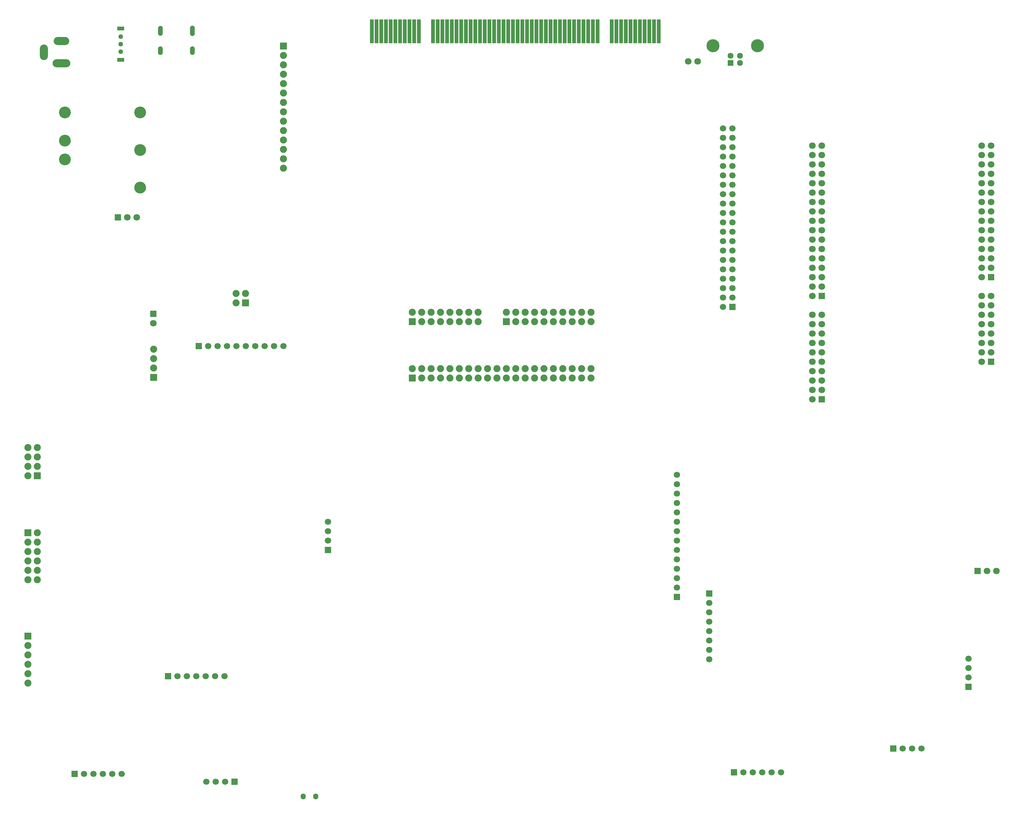
<source format=gbs>
G04*
G04 #@! TF.GenerationSoftware,Altium Limited,Altium Designer,22.6.1 (34)*
G04*
G04 Layer_Color=16711935*
%FSLAX24Y24*%
%MOIN*%
G70*
G04*
G04 #@! TF.SameCoordinates,026FD9CC-2170-45AD-8209-7B5F711C12D8*
G04*
G04*
G04 #@! TF.FilePolarity,Negative*
G04*
G01*
G75*
%ADD36R,0.0438X0.2529*%
%ADD37C,0.0749*%
%ADD38R,0.0749X0.0749*%
%ADD39C,0.0710*%
%ADD40R,0.0710X0.0710*%
%ADD41C,0.0669*%
%ADD42R,0.0669X0.0669*%
%ADD43R,0.0710X0.0710*%
%ADD44R,0.0669X0.0669*%
%ADD45O,0.1655X0.0867*%
%ADD46O,0.0867X0.1655*%
%ADD47O,0.1891X0.0867*%
%ADD48C,0.1386*%
%ADD49C,0.0634*%
%ADD50R,0.0634X0.0634*%
%ADD51R,0.0748X0.0433*%
%ADD52C,0.0512*%
%ADD53C,0.1261*%
%ADD54R,0.0749X0.0749*%
%ADD55O,0.0551X0.0630*%
G36*
X17223Y80902D02*
X17209Y80903D01*
X17196Y80905D01*
X17183Y80907D01*
X17170Y80910D01*
X17157Y80914D01*
X17144Y80919D01*
X17132Y80924D01*
X17120Y80930D01*
X17108Y80936D01*
X17097Y80943D01*
X17086Y80950D01*
X17075Y80959D01*
X17065Y80967D01*
X17055Y80976D01*
X17046Y80986D01*
X17037Y80996D01*
X17029Y81007D01*
X17022Y81018D01*
X17015Y81030D01*
X17008Y81041D01*
X17002Y81054D01*
X16997Y81066D01*
X16993Y81078D01*
X16989Y81091D01*
X16986Y81104D01*
X16983Y81117D01*
X16982Y81131D01*
X16981Y81144D01*
X16980Y81157D01*
Y81551D01*
X16981Y81565D01*
X16982Y81578D01*
X16983Y81591D01*
X16986Y81604D01*
X16989Y81617D01*
X16993Y81630D01*
X16997Y81643D01*
X17002Y81655D01*
X17008Y81667D01*
X17015Y81679D01*
X17022Y81691D01*
X17029Y81702D01*
X17037Y81712D01*
X17046Y81722D01*
X17055Y81732D01*
X17065Y81741D01*
X17075Y81750D01*
X17086Y81758D01*
X17097Y81766D01*
X17108Y81773D01*
X17120Y81779D01*
X17132Y81785D01*
X17144Y81790D01*
X17157Y81794D01*
X17170Y81798D01*
X17183Y81802D01*
X17196Y81804D01*
X17209Y81806D01*
X17223Y81807D01*
X17236Y81807D01*
X17250Y81807D01*
X17263Y81806D01*
X17276Y81804D01*
X17289Y81802D01*
X17302Y81798D01*
X17315Y81794D01*
X17328Y81790D01*
X17340Y81785D01*
X17352Y81779D01*
X17364Y81773D01*
X17376Y81766D01*
X17387Y81758D01*
X17397Y81750D01*
X17407Y81741D01*
X17417Y81732D01*
X17426Y81722D01*
X17435Y81712D01*
X17443Y81702D01*
X17451Y81691D01*
X17458Y81679D01*
X17464Y81667D01*
X17470Y81655D01*
X17475Y81643D01*
X17480Y81630D01*
X17483Y81617D01*
X17487Y81604D01*
X17489Y81591D01*
X17491Y81578D01*
X17492Y81565D01*
X17492Y81551D01*
Y81157D01*
X17492Y81144D01*
X17491Y81131D01*
X17489Y81117D01*
X17487Y81104D01*
X17483Y81091D01*
X17480Y81078D01*
X17475Y81066D01*
X17470Y81054D01*
X17464Y81041D01*
X17458Y81030D01*
X17451Y81018D01*
X17443Y81007D01*
X17435Y80996D01*
X17426Y80986D01*
X17417Y80976D01*
X17407Y80967D01*
X17397Y80959D01*
X17387Y80950D01*
X17376Y80943D01*
X17364Y80936D01*
X17352Y80930D01*
X17340Y80924D01*
X17328Y80919D01*
X17315Y80914D01*
X17302Y80910D01*
X17289Y80907D01*
X17276Y80905D01*
X17263Y80903D01*
X17250Y80902D01*
X17236Y80902D01*
X17223Y80902D01*
D02*
G37*
G36*
Y82934D02*
X17209Y82935D01*
X17195Y82938D01*
X17182Y82941D01*
X17169Y82944D01*
X17155Y82949D01*
X17142Y82954D01*
X17130Y82960D01*
X17117Y82966D01*
X17105Y82973D01*
X17094Y82981D01*
X17082Y82989D01*
X17072Y82998D01*
X17061Y83007D01*
X17052Y83017D01*
X17043Y83028D01*
X17034Y83039D01*
X17026Y83050D01*
X17018Y83062D01*
X17011Y83074D01*
X17005Y83087D01*
X17000Y83099D01*
X16994Y83112D01*
X16991Y83126D01*
X16987Y83139D01*
X16984Y83153D01*
X16982Y83167D01*
X16981Y83180D01*
X16980Y83194D01*
Y83209D01*
Y83720D01*
Y83735D01*
X16981Y83749D01*
X16982Y83763D01*
X16984Y83776D01*
X16987Y83790D01*
X16991Y83804D01*
X16994Y83817D01*
X17000Y83830D01*
X17005Y83843D01*
X17011Y83855D01*
X17018Y83867D01*
X17026Y83879D01*
X17034Y83891D01*
X17043Y83901D01*
X17052Y83912D01*
X17061Y83922D01*
X17072Y83931D01*
X17082Y83940D01*
X17094Y83948D01*
X17105Y83956D01*
X17117Y83963D01*
X17130Y83969D01*
X17142Y83975D01*
X17155Y83980D01*
X17169Y83985D01*
X17182Y83988D01*
X17195Y83991D01*
X17209Y83994D01*
X17223Y83995D01*
X17236Y83996D01*
X17250Y83995D01*
X17263Y83994D01*
X17277Y83991D01*
X17291Y83988D01*
X17304Y83985D01*
X17317Y83980D01*
X17330Y83975D01*
X17343Y83969D01*
X17355Y83963D01*
X17367Y83956D01*
X17379Y83948D01*
X17390Y83940D01*
X17401Y83931D01*
X17411Y83922D01*
X17421Y83912D01*
X17430Y83901D01*
X17439Y83891D01*
X17447Y83879D01*
X17454Y83867D01*
X17461Y83855D01*
X17467Y83843D01*
X17473Y83830D01*
X17478Y83817D01*
X17482Y83804D01*
X17485Y83790D01*
X17488Y83776D01*
X17490Y83763D01*
X17492Y83749D01*
X17492Y83735D01*
Y83720D01*
Y83209D01*
Y83194D01*
X17492Y83180D01*
X17490Y83167D01*
X17488Y83153D01*
X17485Y83139D01*
X17482Y83126D01*
X17478Y83112D01*
X17473Y83099D01*
X17467Y83087D01*
X17461Y83074D01*
X17454Y83062D01*
X17447Y83050D01*
X17439Y83039D01*
X17430Y83028D01*
X17421Y83017D01*
X17411Y83007D01*
X17401Y82998D01*
X17390Y82989D01*
X17379Y82981D01*
X17367Y82973D01*
X17355Y82966D01*
X17343Y82960D01*
X17330Y82954D01*
X17317Y82949D01*
X17304Y82944D01*
X17291Y82941D01*
X17277Y82938D01*
X17263Y82935D01*
X17250Y82934D01*
X17236Y82933D01*
X17223Y82934D01*
D02*
G37*
G36*
X20624Y80902D02*
X20611Y80903D01*
X20598Y80905D01*
X20585Y80907D01*
X20572Y80910D01*
X20559Y80914D01*
X20546Y80919D01*
X20534Y80924D01*
X20522Y80930D01*
X20510Y80936D01*
X20498Y80943D01*
X20487Y80950D01*
X20477Y80959D01*
X20467Y80967D01*
X20457Y80976D01*
X20448Y80986D01*
X20439Y80996D01*
X20431Y81007D01*
X20423Y81018D01*
X20416Y81030D01*
X20410Y81041D01*
X20404Y81054D01*
X20399Y81066D01*
X20394Y81078D01*
X20391Y81091D01*
X20387Y81104D01*
X20385Y81117D01*
X20383Y81131D01*
X20382Y81144D01*
X20382Y81157D01*
Y81551D01*
X20382Y81565D01*
X20383Y81578D01*
X20385Y81591D01*
X20387Y81604D01*
X20391Y81617D01*
X20394Y81630D01*
X20399Y81643D01*
X20404Y81655D01*
X20410Y81667D01*
X20416Y81679D01*
X20423Y81691D01*
X20431Y81702D01*
X20439Y81712D01*
X20448Y81722D01*
X20457Y81732D01*
X20467Y81741D01*
X20477Y81750D01*
X20487Y81758D01*
X20498Y81766D01*
X20510Y81773D01*
X20522Y81779D01*
X20534Y81785D01*
X20546Y81790D01*
X20559Y81794D01*
X20572Y81798D01*
X20585Y81802D01*
X20598Y81804D01*
X20611Y81806D01*
X20624Y81807D01*
X20638Y81807D01*
X20652D01*
X20665Y81807D01*
X20678Y81806D01*
X20691Y81804D01*
X20703Y81801D01*
X20715Y81798D01*
X20728Y81794D01*
X20740Y81789D01*
X20752Y81784D01*
X20763Y81778D01*
X20774Y81772D01*
X20785Y81765D01*
X20796Y81758D01*
X20806Y81750D01*
X20816Y81741D01*
X20825Y81732D01*
X20833Y81722D01*
X20842Y81713D01*
X20849Y81702D01*
X20856Y81691D01*
X20863Y81680D01*
X20869Y81669D01*
X20874Y81657D01*
X20879Y81645D01*
X20883Y81633D01*
X20887Y81620D01*
X20889Y81608D01*
X20891Y81595D01*
X20893Y81583D01*
X20894Y81571D01*
Y81177D01*
Y81163D01*
X20893Y81149D01*
X20892Y81135D01*
X20890Y81121D01*
X20887Y81107D01*
X20883Y81094D01*
X20880Y81081D01*
X20874Y81068D01*
X20869Y81055D01*
X20863Y81043D01*
X20856Y81030D01*
X20848Y81018D01*
X20840Y81007D01*
X20831Y80996D01*
X20822Y80986D01*
X20813Y80976D01*
X20802Y80967D01*
X20792Y80958D01*
X20780Y80950D01*
X20769Y80942D01*
X20757Y80935D01*
X20744Y80928D01*
X20732Y80922D01*
X20719Y80917D01*
X20706Y80913D01*
X20692Y80909D01*
X20679Y80906D01*
X20665Y80904D01*
X20651Y80902D01*
X20638Y80902D01*
X20624Y80902D01*
D02*
G37*
G36*
Y82914D02*
X20611Y82916D01*
X20597Y82918D01*
X20583Y82921D01*
X20570Y82925D01*
X20557Y82929D01*
X20544Y82934D01*
X20531Y82940D01*
X20519Y82946D01*
X20507Y82954D01*
X20495Y82961D01*
X20484Y82970D01*
X20473Y82978D01*
X20463Y82988D01*
X20453Y82998D01*
X20444Y83008D01*
X20435Y83019D01*
X20427Y83030D01*
X20420Y83042D01*
X20413Y83054D01*
X20407Y83067D01*
X20401Y83080D01*
X20396Y83093D01*
X20392Y83106D01*
X20389Y83119D01*
X20386Y83133D01*
X20384Y83147D01*
X20382Y83161D01*
X20382Y83174D01*
Y83189D01*
Y83740D01*
Y83755D01*
X20382Y83769D01*
X20384Y83782D01*
X20386Y83796D01*
X20389Y83810D01*
X20392Y83823D01*
X20396Y83837D01*
X20401Y83850D01*
X20407Y83862D01*
X20413Y83875D01*
X20420Y83887D01*
X20427Y83899D01*
X20435Y83910D01*
X20444Y83921D01*
X20453Y83932D01*
X20463Y83941D01*
X20473Y83951D01*
X20484Y83959D01*
X20495Y83968D01*
X20507Y83976D01*
X20519Y83983D01*
X20531Y83989D01*
X20544Y83995D01*
X20557Y84000D01*
X20570Y84004D01*
X20583Y84008D01*
X20597Y84011D01*
X20611Y84013D01*
X20624Y84015D01*
X20638Y84016D01*
X20651Y84015D01*
X20665Y84013D01*
X20679Y84011D01*
X20692Y84008D01*
X20706Y84004D01*
X20719Y84000D01*
X20732Y83995D01*
X20744Y83989D01*
X20757Y83983D01*
X20769Y83976D01*
X20780Y83968D01*
X20792Y83959D01*
X20802Y83951D01*
X20813Y83941D01*
X20822Y83932D01*
X20831Y83921D01*
X20840Y83910D01*
X20848Y83899D01*
X20856Y83887D01*
X20863Y83875D01*
X20869Y83862D01*
X20874Y83850D01*
X20880Y83837D01*
X20883Y83823D01*
X20887Y83810D01*
X20890Y83796D01*
X20892Y83782D01*
X20893Y83769D01*
X20894Y83755D01*
Y83740D01*
Y83189D01*
Y83174D01*
X20893Y83161D01*
X20892Y83147D01*
X20890Y83133D01*
X20887Y83119D01*
X20883Y83106D01*
X20880Y83093D01*
X20874Y83080D01*
X20869Y83067D01*
X20863Y83054D01*
X20856Y83042D01*
X20848Y83030D01*
X20840Y83019D01*
X20831Y83008D01*
X20822Y82998D01*
X20813Y82988D01*
X20802Y82978D01*
X20792Y82970D01*
X20780Y82961D01*
X20769Y82954D01*
X20757Y82946D01*
X20744Y82940D01*
X20732Y82934D01*
X20719Y82929D01*
X20706Y82925D01*
X20692Y82921D01*
X20679Y82918D01*
X20665Y82916D01*
X20651Y82914D01*
X20638Y82913D01*
X20624Y82914D01*
D02*
G37*
D36*
X39732Y83421D02*
D03*
X40232D02*
D03*
X40732D02*
D03*
X41232D02*
D03*
X41732D02*
D03*
X42232D02*
D03*
X42732D02*
D03*
X43232D02*
D03*
X43732D02*
D03*
X44232D02*
D03*
X44732D02*
D03*
X46232D02*
D03*
X46732D02*
D03*
X47232D02*
D03*
X47732D02*
D03*
X48232D02*
D03*
X48732D02*
D03*
X49232D02*
D03*
X49732D02*
D03*
X50232D02*
D03*
X50732D02*
D03*
X51232D02*
D03*
X51732D02*
D03*
X52232D02*
D03*
X52732D02*
D03*
X53232D02*
D03*
X53732D02*
D03*
X54232D02*
D03*
X54732D02*
D03*
X55232D02*
D03*
X55732D02*
D03*
X56232D02*
D03*
X56732D02*
D03*
X57232D02*
D03*
X57732D02*
D03*
X58232D02*
D03*
X58732D02*
D03*
X59232D02*
D03*
X59732D02*
D03*
X60232D02*
D03*
X60732D02*
D03*
X61232D02*
D03*
X61732D02*
D03*
X62232D02*
D03*
X62732D02*
D03*
X63232D02*
D03*
X63732D02*
D03*
X65232D02*
D03*
X65732D02*
D03*
X66232D02*
D03*
X66732D02*
D03*
X67232D02*
D03*
X67732D02*
D03*
X68232D02*
D03*
X68732D02*
D03*
X69232D02*
D03*
X69732D02*
D03*
X70232D02*
D03*
D37*
X47000Y46500D02*
D03*
Y47500D02*
D03*
X44000D02*
D03*
X45000D02*
D03*
Y46500D02*
D03*
X46000Y47500D02*
D03*
Y46500D02*
D03*
X48000D02*
D03*
Y47500D02*
D03*
X49000Y46500D02*
D03*
Y47500D02*
D03*
X50000Y46500D02*
D03*
Y47500D02*
D03*
X51000Y46500D02*
D03*
Y47500D02*
D03*
X52000Y46500D02*
D03*
Y47500D02*
D03*
X53000Y46500D02*
D03*
Y47500D02*
D03*
X54000Y46500D02*
D03*
Y47500D02*
D03*
X55000Y46500D02*
D03*
Y47500D02*
D03*
X56000Y46500D02*
D03*
Y47500D02*
D03*
X57000Y46500D02*
D03*
Y47500D02*
D03*
X58000Y46500D02*
D03*
Y47500D02*
D03*
X59000Y46500D02*
D03*
Y47500D02*
D03*
X60000Y46500D02*
D03*
Y47500D02*
D03*
X61000Y46500D02*
D03*
Y47500D02*
D03*
X62000Y46500D02*
D03*
Y47500D02*
D03*
X63000Y46500D02*
D03*
Y47500D02*
D03*
X47000Y52500D02*
D03*
Y53500D02*
D03*
X44000D02*
D03*
X45000D02*
D03*
Y52500D02*
D03*
X46000Y53500D02*
D03*
Y52500D02*
D03*
X48000D02*
D03*
Y53500D02*
D03*
X49000Y52500D02*
D03*
Y53500D02*
D03*
X50000Y52500D02*
D03*
Y53500D02*
D03*
X51000Y52500D02*
D03*
Y53500D02*
D03*
X57000Y52500D02*
D03*
Y53500D02*
D03*
X54000D02*
D03*
X55000D02*
D03*
Y52500D02*
D03*
X56000Y53500D02*
D03*
Y52500D02*
D03*
X58000D02*
D03*
Y53500D02*
D03*
X59000Y52500D02*
D03*
Y53500D02*
D03*
X60000Y52500D02*
D03*
Y53500D02*
D03*
X61000Y52500D02*
D03*
Y53500D02*
D03*
X62000Y52500D02*
D03*
Y53500D02*
D03*
X63000Y52500D02*
D03*
Y53500D02*
D03*
X16506Y47575D02*
D03*
Y48575D02*
D03*
Y49575D02*
D03*
X25287Y54512D02*
D03*
Y55512D02*
D03*
X26287D02*
D03*
X4150Y38098D02*
D03*
X3150D02*
D03*
X4150Y37098D02*
D03*
X3150D02*
D03*
Y36098D02*
D03*
Y39098D02*
D03*
X4150D02*
D03*
Y25059D02*
D03*
X3150D02*
D03*
X4150Y26059D02*
D03*
X3150D02*
D03*
Y28059D02*
D03*
X4150D02*
D03*
X3150Y29059D02*
D03*
X4150D02*
D03*
Y30059D02*
D03*
Y27059D02*
D03*
X3150D02*
D03*
X30315Y77835D02*
D03*
Y80835D02*
D03*
Y79835D02*
D03*
Y78835D02*
D03*
Y76835D02*
D03*
Y75835D02*
D03*
Y74835D02*
D03*
Y73835D02*
D03*
Y72835D02*
D03*
Y71835D02*
D03*
Y70835D02*
D03*
Y69835D02*
D03*
Y68835D02*
D03*
X3150Y15035D02*
D03*
Y18035D02*
D03*
Y17035D02*
D03*
Y16035D02*
D03*
Y14035D02*
D03*
D38*
X44000Y46500D02*
D03*
Y52500D02*
D03*
X54000D02*
D03*
X16506Y46575D02*
D03*
X30315Y81835D02*
D03*
X3150Y19035D02*
D03*
D39*
X16496Y52346D02*
D03*
X105118Y25984D02*
D03*
X106118D02*
D03*
X86563Y53252D02*
D03*
X87563D02*
D03*
X86563Y52252D02*
D03*
X87563D02*
D03*
X86563Y51252D02*
D03*
X87563D02*
D03*
X86563Y50252D02*
D03*
X87563D02*
D03*
X86563Y49252D02*
D03*
X87563D02*
D03*
X86563Y48252D02*
D03*
X87563D02*
D03*
X86563Y47252D02*
D03*
X87563D02*
D03*
X86563Y46252D02*
D03*
X87563D02*
D03*
X86563Y45252D02*
D03*
X87563D02*
D03*
X86563Y44252D02*
D03*
Y71252D02*
D03*
X87563D02*
D03*
X86563Y70252D02*
D03*
X87563D02*
D03*
X86563Y69252D02*
D03*
X87563D02*
D03*
X86563Y68252D02*
D03*
X87563D02*
D03*
X86563Y67252D02*
D03*
X87563D02*
D03*
X86563Y66252D02*
D03*
X87563D02*
D03*
X86563Y65252D02*
D03*
X87563D02*
D03*
X86563Y64252D02*
D03*
X87563D02*
D03*
X86563Y63252D02*
D03*
X87563D02*
D03*
X86563Y62252D02*
D03*
X87563D02*
D03*
X86563Y61252D02*
D03*
X87563D02*
D03*
X86563Y60252D02*
D03*
X87563D02*
D03*
X86563Y59252D02*
D03*
X87563D02*
D03*
X86563Y58252D02*
D03*
X87563D02*
D03*
X86563Y57252D02*
D03*
X87563D02*
D03*
X86563Y56252D02*
D03*
X87563D02*
D03*
X86563Y55252D02*
D03*
X104563Y71252D02*
D03*
X105563D02*
D03*
X104563Y70252D02*
D03*
X105563D02*
D03*
X104563Y69252D02*
D03*
X105563D02*
D03*
X104563Y68252D02*
D03*
X105563D02*
D03*
X104563Y67252D02*
D03*
X105563D02*
D03*
X104563Y66252D02*
D03*
X105563D02*
D03*
X104563Y65252D02*
D03*
X105563D02*
D03*
X104563Y64252D02*
D03*
X105563D02*
D03*
X104563Y63252D02*
D03*
X105563D02*
D03*
X104563Y62252D02*
D03*
X105563D02*
D03*
X104563Y61252D02*
D03*
X105563D02*
D03*
X104563Y60252D02*
D03*
X105563D02*
D03*
X104563Y59252D02*
D03*
X105563D02*
D03*
X104563Y58252D02*
D03*
X105563D02*
D03*
X104563Y57252D02*
D03*
Y55252D02*
D03*
X105563D02*
D03*
X104563Y54252D02*
D03*
X105563D02*
D03*
X104563Y53252D02*
D03*
X105563D02*
D03*
X104563Y52252D02*
D03*
X105563D02*
D03*
X104563Y51252D02*
D03*
X105563D02*
D03*
X104563Y50252D02*
D03*
X105563D02*
D03*
X104563Y49252D02*
D03*
X105563D02*
D03*
X104563Y48252D02*
D03*
X74358Y80197D02*
D03*
X73358D02*
D03*
X13701Y63622D02*
D03*
X14701D02*
D03*
D40*
X16496Y53346D02*
D03*
D41*
X78059Y68083D02*
D03*
Y70083D02*
D03*
Y69083D02*
D03*
Y65083D02*
D03*
Y67083D02*
D03*
Y66083D02*
D03*
Y73083D02*
D03*
Y72083D02*
D03*
Y71083D02*
D03*
Y58083D02*
D03*
Y60083D02*
D03*
Y59083D02*
D03*
Y56083D02*
D03*
Y55083D02*
D03*
Y62083D02*
D03*
Y64083D02*
D03*
Y63083D02*
D03*
Y61083D02*
D03*
X77059Y68083D02*
D03*
Y70083D02*
D03*
Y69083D02*
D03*
Y65083D02*
D03*
Y64083D02*
D03*
Y67083D02*
D03*
Y66083D02*
D03*
Y71083D02*
D03*
Y73083D02*
D03*
Y72083D02*
D03*
X78059Y57083D02*
D03*
X77059Y58083D02*
D03*
Y57083D02*
D03*
Y54083D02*
D03*
Y56083D02*
D03*
Y55083D02*
D03*
Y61083D02*
D03*
Y63083D02*
D03*
Y62083D02*
D03*
Y60083D02*
D03*
Y59083D02*
D03*
X103150Y14657D02*
D03*
Y15657D02*
D03*
Y16657D02*
D03*
X80209Y4528D02*
D03*
X79209D02*
D03*
X81209D02*
D03*
X82209D02*
D03*
X83209D02*
D03*
X24063Y14764D02*
D03*
X23063D02*
D03*
X22063D02*
D03*
X21063D02*
D03*
X19063D02*
D03*
X20063D02*
D03*
X24122Y3543D02*
D03*
X23122D02*
D03*
X22122D02*
D03*
X10130Y4370D02*
D03*
X9130D02*
D03*
X11130D02*
D03*
X12130D02*
D03*
X13130D02*
D03*
X72165Y32224D02*
D03*
Y31224D02*
D03*
Y30224D02*
D03*
Y29224D02*
D03*
Y28224D02*
D03*
Y27224D02*
D03*
Y26224D02*
D03*
Y24224D02*
D03*
Y25224D02*
D03*
Y33224D02*
D03*
Y34224D02*
D03*
Y35224D02*
D03*
Y36224D02*
D03*
X30300Y49900D02*
D03*
X29300D02*
D03*
X28300D02*
D03*
X27300D02*
D03*
X26300D02*
D03*
X25300D02*
D03*
X24300D02*
D03*
X22300D02*
D03*
X23300D02*
D03*
X98154Y7087D02*
D03*
X97154D02*
D03*
X96154D02*
D03*
X35039Y31224D02*
D03*
Y30224D02*
D03*
Y29224D02*
D03*
X75591Y18579D02*
D03*
Y19579D02*
D03*
Y20579D02*
D03*
Y22579D02*
D03*
Y21579D02*
D03*
Y17579D02*
D03*
Y16579D02*
D03*
D42*
X78059Y54083D02*
D03*
X78209Y4528D02*
D03*
X18063Y14764D02*
D03*
X25122Y3543D02*
D03*
X8130Y4370D02*
D03*
X21300Y49900D02*
D03*
X95154Y7087D02*
D03*
D43*
X104118Y25984D02*
D03*
X87563Y44252D02*
D03*
Y55252D02*
D03*
X105563Y57252D02*
D03*
Y48252D02*
D03*
X12701Y63622D02*
D03*
D44*
X103150Y13657D02*
D03*
X72165Y23224D02*
D03*
X35039Y28224D02*
D03*
X75591Y23579D02*
D03*
D45*
X6732Y82362D02*
D03*
D46*
X4843Y81181D02*
D03*
D47*
X6732Y80000D02*
D03*
D48*
X75976Y81890D02*
D03*
X80717D02*
D03*
D49*
X78839Y80039D02*
D03*
X77854Y80827D02*
D03*
X78839D02*
D03*
D50*
X77854Y80039D02*
D03*
D51*
X13032Y80374D02*
D03*
Y83720D02*
D03*
D52*
Y81260D02*
D03*
Y82047D02*
D03*
Y82835D02*
D03*
D53*
X15087Y66764D02*
D03*
Y70764D02*
D03*
X7087Y69764D02*
D03*
Y71764D02*
D03*
X15087Y74764D02*
D03*
X7087D02*
D03*
D54*
X26287Y54512D02*
D03*
X4150Y36098D02*
D03*
X3150Y30059D02*
D03*
D55*
X32402Y1969D02*
D03*
X33740D02*
D03*
M02*

</source>
